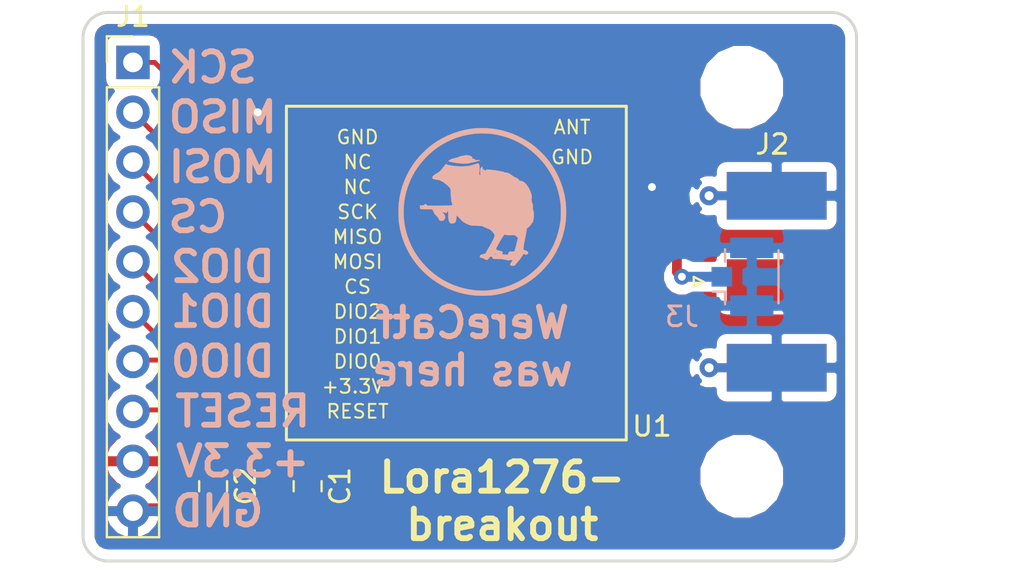
<source format=kicad_pcb>
(kicad_pcb (version 20211014) (generator pcbnew)
  (title_block (title "Lora1276-breakout") (date "2018-08-05") (rev "1.0"))
  (layers (0 "F.Cu" signal) (31 "B.Cu" signal) (34 "B.Paste" user) (35 "F.Paste" user) (36 "B.SilkS" user "B.Silkscreen") (37 "F.SilkS" user "F.Silkscreen") (38 "B.Mask" user) (39 "F.Mask" user) (44 "Edge.Cuts" user))
  (net 0 "")
  (net 1 "+3V3")
  (net 2 "GND")
  (net 3 "/SCK")
  (net 4 "Net-(J2-Pad1)")
  (net 7 "/MISO")
  (net 8 "/MOSI")
  (net 9 "/CS")
  (net 10 "/DIO2")
  (net 11 "/DIO1")
  (net 12 "/DIO0")
  (net 13 "/RESET")
  (footprint "Nicerf:Lora1276_V2.0" (layer "F.Cu") (at 158.939906 94.164381)
    (fp_text reference "U1" (at 9.716094 6.927619) (layer "F.SilkS"))
    (fp_text value "Lora1276_V2.0")
    (fp_line (start 8.41 -9.38) (end 8.41 7.62) (layer "F.SilkS") (width 0.15))
    (fp_line (start -8.89 7.62) (end -8.89 -9.38) (layer "F.SilkS") (width 0.15))
    (fp_line (start -8.89 -9.38) (end 8.41 -9.38) (layer "F.SilkS") (width 0.15))
    (fp_line (start 8.41 7.62) (end -8.89 7.62) (layer "F.SilkS") (width 0.15))
    (pad "1" smd rect locked (at -8.89 -7.88) (size 3 0.8) (layers "F.Cu" "F.Paste" "F.Mask") (net 2 "GND"))
    (pad "2" smd rect locked (at -8.89 -6.61) (size 3 0.8) (layers "F.Cu" "F.Paste" "F.Mask"))
    (pad "3" smd rect locked (at -8.89 -5.34) (size 3 0.8) (layers "F.Cu" "F.Paste" "F.Mask"))
    (pad "4" smd rect locked (at -8.89 -4.07) (size 3 0.8) (layers "F.Cu" "F.Paste" "F.Mask") (net 3 "/SCK"))
    (pad "5" smd rect locked (at -8.89 -2.8) (size 3 0.8) (layers "F.Cu" "F.Paste" "F.Mask") (net 7 "/MISO"))
    (pad "6" smd rect locked (at -8.89 -1.53) (size 3 0.8) (layers "F.Cu" "F.Paste" "F.Mask") (net 8 "/MOSI"))
    (pad "7" smd rect locked (at -8.89 -0.26) (size 3 0.8) (layers "F.Cu" "F.Paste" "F.Mask") (net 9 "/CS"))
    (pad "8" smd rect locked (at -8.89 1.01) (size 3 0.8) (layers "F.Cu" "F.Paste" "F.Mask") (net 10 "/DIO2"))
    (pad "9" smd rect locked (at -8.89 2.28) (size 3 0.8) (layers "F.Cu" "F.Paste" "F.Mask") (net 11 "/DIO1"))
    (pad "10" smd rect locked (at -8.89 3.55) (size 3 0.8) (layers "F.Cu" "F.Paste" "F.Mask") (net 12 "/DIO0"))
    (pad "11" smd rect locked (at -8.89 4.82) (size 3 0.8) (layers "F.Cu" "F.Paste" "F.Mask") (net 1 "+3V3"))
    (pad "12" smd rect locked (at -8.89 6.09) (size 3 0.8) (layers "F.Cu" "F.Paste" "F.Mask") (net 13 "/RESET"))
    (pad "13" smd rect locked (at 6.91 -8.27) (size 3 0.8) (drill (offset 1.5 0)) (layers "F.Cu" "F.Paste" "F.Mask") (net 4 "Net-(J2-Pad1)"))
    (pad "14" smd rect locked (at 6.91 -6.77) (size 3 0.8) (drill (offset 1.5 0)) (layers "F.Cu" "F.Paste" "F.Mask") (net 2 "GND"))
  )
  (footprint "Capacitor_SMD:C_0805_2012Metric" (layer "F.Cu") (at 151.13 104.14 -90)
    (fp_text reference "C1" (at 0 -1.65 -90) (layer "F.SilkS"))
    (fp_text value "100pF")
    (fp_line (start -0.258578 0.71) (end 0.258578 0.71) (layer "F.SilkS") (width 0.12))
    (fp_line (start -0.258578 -0.71) (end 0.258578 -0.71) (layer "F.SilkS") (width 0.12))
    (pad "1" smd roundrect locked (at -0.9375 0 270) (size 0.975 1.4) (layers "F.Cu" "F.Paste" "F.Mask") (net 1 "+3V3"))
    (pad "2" smd roundrect locked (at 0.9375 0 270) (size 0.975 1.4) (layers "F.Cu" "F.Paste" "F.Mask") (net 2 "GND"))
  )
  (footprint "Capacitor_SMD:C_0805_2012Metric" (layer "F.Cu") (at 146.32 104.14 -90)
    (fp_text reference "C2" (at 0 -1.65 -90) (layer "F.SilkS"))
    (fp_text value "102pF")
    (fp_line (start -0.258578 0.71) (end 0.258578 0.71) (layer "F.SilkS") (width 0.12))
    (fp_line (start -0.258578 -0.71) (end 0.258578 -0.71) (layer "F.SilkS") (width 0.12))
    (pad "1" smd roundrect locked (at -0.9375 0 270) (size 0.975 1.4) (layers "F.Cu" "F.Paste" "F.Mask") (net 1 "+3V3"))
    (pad "2" smd roundrect locked (at 0.9375 0 270) (size 0.975 1.4) (layers "F.Cu" "F.Paste" "F.Mask") (net 2 "GND"))
  )
  (footprint "Connector_PinHeader_2.54mm:PinHeader_1x10_P2.54mm_Vertical" (layer "F.Cu") (at 142.24 82.55)
    (fp_text reference "J1" (at 0 -2.33) (layer "F.SilkS"))
    (fp_text value "Conn_01x10_Male")
    (fp_line (start -1.33 -1.33) (end 0 -1.33) (layer "F.SilkS") (width 0.12))
    (fp_line (start -1.33 0) (end -1.33 -1.33) (layer "F.SilkS") (width 0.12))
    (fp_line (start -1.33 24.19) (end 1.33 24.19) (layer "F.SilkS") (width 0.12))
    (fp_line (start -1.33 1.27) (end 1.33 1.27) (layer "F.SilkS") (width 0.12))
    (fp_line (start 1.33 1.27) (end 1.33 24.19) (layer "F.SilkS") (width 0.12))
    (fp_line (start -1.33 1.27) (end -1.33 24.19) (layer "F.SilkS") (width 0.12))
    (pad "1" thru_hole rect locked (at 0 0) (size 1.7 1.7) (drill 1) (layers *.Cu *.Mask) (net 3 "/SCK"))
    (pad "2" thru_hole oval locked (at 0 2.54) (size 1.7 1.7) (drill 1) (layers *.Cu *.Mask) (net 7 "/MISO"))
    (pad "3" thru_hole oval locked (at 0 5.08) (size 1.7 1.7) (drill 1) (layers *.Cu *.Mask) (net 8 "/MOSI"))
    (pad "4" thru_hole oval locked (at 0 7.62) (size 1.7 1.7) (drill 1) (layers *.Cu *.Mask) (net 9 "/CS"))
    (pad "5" thru_hole oval locked (at 0 10.16) (size 1.7 1.7) (drill 1) (layers *.Cu *.Mask) (net 10 "/DIO2"))
    (pad "6" thru_hole oval locked (at 0 12.7) (size 1.7 1.7) (drill 1) (layers *.Cu *.Mask) (net 11 "/DIO1"))
    (pad "7" thru_hole oval locked (at 0 15.24) (size 1.7 1.7) (drill 1) (layers *.Cu *.Mask) (net 12 "/DIO0"))
    (pad "8" thru_hole oval locked (at 0 17.78) (size 1.7 1.7) (drill 1) (layers *.Cu *.Mask) (net 13 "/RESET"))
    (pad "9" thru_hole oval locked (at 0 20.32) (size 1.7 1.7) (drill 1) (layers *.Cu *.Mask) (net 1 "+3V3"))
    (pad "10" thru_hole oval locked (at 0 22.86) (size 1.7 1.7) (drill 1) (layers *.Cu *.Mask) (net 2 "GND"))
  )
  (footprint "Connector_Coaxial:SMA_Molex_73251-1153_EdgeMount_Horizontal" (layer "F.Cu") (at 173.286 93.726 180)
    (fp_text reference "J2" (at -1.5 7 180) (layer "F.SilkS"))
    (fp_text value "Conn_Coaxial")
    (fp_line (start 2.5 -0.25) (end 2.5 0.25) (layer "F.SilkS") (width 0.12))
    (fp_line (start 2 0) (end 2.5 -0.25) (layer "F.SilkS") (width 0.12))
    (fp_line (start 2.5 0.25) (end 2 0) (layer "F.SilkS") (width 0.12))
    (pad "1" smd rect locked (at -1.72 0 180) (size 5.08 2.29) (layers "F.Cu" "F.Paste" "F.Mask") (net 4 "Net-(J2-Pad1)"))
    (pad "2" thru_hole circle locked (at 1.72 -4.38 180) (size 0.97 0.97) (drill 0.46) (layers *.Cu) (net 2 "GND"))
    (pad "2" smd rect locked (at 1.27 4.38 180) (size 0.95 0.46) (layers "F.Cu") (net 2 "GND"))
    (pad "2" smd rect locked (at -1.72 -4.38 180) (size 5.08 2.42) (layers "F.Cu" "F.Paste" "F.Mask") (net 2 "GND"))
    (pad "2" smd rect locked (at 1.27 4.38 180) (size 0.95 0.46) (layers "B.Cu") (net 2 "GND"))
    (pad "2" thru_hole circle locked (at 1.72 4.38 180) (size 0.97 0.97) (drill 0.46) (layers *.Cu) (net 2 "GND"))
    (pad "2" smd rect locked (at 1.27 -4.38 180) (size 0.95 0.46) (layers "B.Cu") (net 2 "GND"))
    (pad "2" smd rect locked (at -1.72 4.38 180) (size 5.08 2.42) (layers "B.Cu" "B.Paste" "B.Mask") (net 2 "GND"))
    (pad "2" smd rect locked (at -1.72 4.38 180) (size 5.08 2.42) (layers "F.Cu" "F.Paste" "F.Mask") (net 2 "GND"))
    (pad "2" smd rect locked (at -1.72 -4.38 180) (size 5.08 2.42) (layers "B.Cu" "B.Paste" "B.Mask") (net 2 "GND"))
    (pad "2" smd rect locked (at 1.27 -4.38 180) (size 0.95 0.46) (layers "F.Cu") (net 2 "GND"))
  )
  (footprint "MountingHole:MountingHole_3.2mm_M3" (layer "F.Cu") (at 173.228 103.632)
    (fp_text reference "REF**" hide)
    (fp_text value "MountingHole_3.2mm_M3")
    (pad "" np_thru_hole circle locked (at 0 0) (size 3.2 3.2) (drill 3.2) (layers *.Cu *.Mask))
  )
  (footprint "MountingHole:MountingHole_3.2mm_M3" (layer "F.Cu") (at 173.228 83.82)
    (fp_text reference "REF**" hide)
    (fp_text value "MountingHole_3.2mm_M3")
    (pad "" np_thru_hole circle locked (at 0 0) (size 3.2 3.2) (drill 3.2) (layers *.Cu *.Mask))
  )
  (footprint "Connector_Coaxial:U.FL_Hirose_U.FL-R-SMT-1_Vertical" (layer "B.Cu") (at 173.262 93.472)
    (fp_text reference "J3" (at -3.082 2.032) (layer "B.SilkS") (effects (justify mirror)))
    (fp_text value "Conn_Coaxial")
    (fp_line (start 1.835 1.35) (end 1.835 -1.35) (layer "B.SilkS") (width 0.12))
    (fp_line (start -0.885 -1.4) (end -0.885 -0.76) (layer "B.SilkS") (width 0.12))
    (fp_line (start -0.885 1.4) (end -0.885 0.76) (layer "B.SilkS") (width 0.12))
    (fp_line (start -0.885 0.76) (end -1.515 0.76) (layer "B.SilkS") (width 0.12))
    (pad "1" smd rect locked (at -1.05 0) (size 1.05 1) (layers "B.Cu" "B.Paste" "B.Mask") (net 4 "Net-(J2-Pad1)"))
    (pad "2" smd rect locked (at 0.475 -1.475) (size 2.2 1.05) (layers "B.Cu" "B.Paste" "B.Mask") (net 2 "GND"))
    (pad "2" smd rect locked (at 0.475 1.475) (size 2.2 1.05) (layers "B.Cu" "B.Paste" "B.Mask") (net 2 "GND"))
  )
  (footprint "extra:WereCatf-logo" (layer "B.Cu") (at 160.02 90.17 180)
    (fp_text reference "G***" hide)
    (fp_text value "LOGO" hide)
    (fp_poly (pts (xy 0.227226 2.47379) (xy 0.262413 2.466016) (xy 0.311315 2.452254) (xy 0.371318 2.43319) (xy 0.386063 2.428246) (xy 0.448596 2.408058) (xy 0.513881 2.388629) (xy 0.575359 2.37181) (xy 0.62647 2.359447) (xy 0.640028 2.356645) (xy 0.800126 2.333026) (xy 0.972867 2.321244) (xy 1.154431 2.321225) (xy 1.341001 2.332895) (xy 1.528755 2.356178) (xy 1.6431 2.376221) (xy 1.690642 2.386344) (xy 1.734168 2.397068) (xy 1.767544 2.406813) (xy 1.78026 2.411584) (xy 1.820888 2.428299) (xy 1.847975 2.434873) (xy 1.865257 2.431863) (xy 1.872726 2.425379) (xy 1.88264 2.412706) (xy 1.902648 2.386871) (xy 1.930469 2.350827) (xy 1.963822 2.307529) (xy 1.993058 2.269518) (xy 2.046368 2.201081) (xy 2.090626 2.14675) (xy 2.128382 2.103947) (xy 2.162187 2.070098) (xy 2.194592 2.042625) (xy 2.228145 2.018951) (xy 2.2606 1.999244) (xy 2.341715 1.951665) (xy 2.406228 1.911428) (xy 2.455832 1.877035) (xy 2.492221 1.84699) (xy 2.517091 1.819797) (xy 2.532135 1.793958) (xy 2.539048 1.767976) (xy 2.539999 1.752437) (xy 2.535985 1.724003) (xy 2.529596 1.706426) (xy 2.511847 1.691275) (xy 2.476175 1.676096) (xy 2.424965 1.661503) (xy 2.360603 1.64811) (xy 2.285476 1.63653) (xy 2.23453 1.630529) (xy 2.195181 1.623003) (xy 2.158165 1.610457) (xy 2.14309 1.602744) (xy 2.112529 1.585693) (xy 2.074586 1.567243) (xy 2.056371 1.55927) (xy 2.016352 1.538487) (xy 1.967343 1.506689) (xy 1.912474 1.466566) (xy 1.854876 1.420809) (xy 1.797681 1.372109) (xy 1.744018 1.323155) (xy 1.697019 1.27664) (xy 1.659815 1.235253) (xy 1.635537 1.201686) (xy 1.631532 1.194161) (xy 1.624934 1.174854) (xy 1.619323 1.145577) (xy 1.614429 1.103891) (xy 1.609979 1.047355) (xy 1.605702 0.97353) (xy 1.604661 0.952771) (xy 1.599092 0.845134) (xy 1.593714 0.755593) (xy 1.588279 0.681931) (xy 1.582537 0.62193) (xy 1.57624 0.573371) (xy 1.56914 0.534036) (xy 1.560988 0.501707) (xy 1.551536 0.474166) (xy 1.550851 0.47244) (xy 1.530712 0.417893) (xy 1.520569 0.37919) (xy 1.520176 0.354627) (xy 1.529287 0.342498) (xy 1.531987 0.341483) (xy 1.545883 0.33999) (xy 1.577679 0.338005) (xy 1.624962 0.335634) (xy 1.685322 0.332984) (xy 1.756347 0.33016) (xy 1.835625 0.327269) (xy 1.91516 0.324597) (xy 2.016204 0.321731) (xy 2.119438 0.319523) (xy 2.222701 0.317963) (xy 2.323836 0.31704) (xy 2.420685 0.316743) (xy 2.51109 0.317061) (xy 2.592893 0.317983) (xy 2.663935 0.319498) (xy 2.722059 0.321596) (xy 2.765107 0.324265) (xy 2.790919 0.327495) (xy 2.796153 0.32904) (xy 2.814087 0.345063) (xy 2.819208 0.354997) (xy 2.834963 0.374724) (xy 2.864429 0.389461) (xy 2.901085 0.396127) (xy 2.906455 0.396241) (xy 2.932944 0.390353) (xy 2.947856 0.371702) (xy 2.957646 0.356071) (xy 2.972632 0.345619) (xy 2.996592 0.339354) (xy 3.033305 0.336285) (xy 3.0861 0.335419) (xy 3.16992 0.33528) (xy 3.16992 0.255575) (xy 3.170042 0.223179) (xy 3.169046 0.197291) (xy 3.164889 0.177184) (xy 3.155526 0.162129) (xy 3.138913 0.1514) (xy 3.113006 0.144267) (xy 3.075762 0.140003) (xy 3.025137 0.137879) (xy 2.959086 0.137169) (xy 2.875566 0.137142) (xy 2.837472 0.13716) (xy 2.547991 0.13716) (xy 2.508307 0.071607) (xy 2.485439 0.030118) (xy 2.464738 -0.013775) (xy 2.451617 -0.047897) (xy 2.437549 -0.083038) (xy 2.41729 -0.112772) (xy 2.385687 -0.144325) (xy 2.378085 -0.151026) (xy 2.340501 -0.187052) (xy 2.301835 -0.229752) (xy 2.26526 -0.274977) (xy 2.233952 -0.318576) (xy 2.211087 -0.3564) (xy 2.199925 -0.383884) (xy 2.185388 -0.41644) (xy 2.156672 -0.438515) (xy 2.111544 -0.451676) (xy 2.101189 -0.453263) (xy 2.040246 -0.452594) (xy 1.986794 -0.434601) (xy 1.94309 -0.401593) (xy 1.911393 -0.35588) (xy 1.893959 -0.299774) (xy 1.892575 -0.239818) (xy 1.901054 -0.192005) (xy 1.917629 -0.150089) (xy 1.945322 -0.108259) (xy 1.98405 -0.063976) (xy 2.007871 -0.036977) (xy 2.023688 -0.015469) (xy 2.028518 -0.003583) (xy 2.028137 -0.00291) (xy 2.015437 -0.002225) (xy 1.990721 -0.008206) (xy 1.973216 -0.014294) (xy 1.913371 -0.035758) (xy 1.868528 -0.047343) (xy 1.835707 -0.048634) (xy 1.811927 -0.039213) (xy 1.794209 -0.018665) (xy 1.779836 0.012717) (xy 1.767058 0.044272) (xy 1.756861 0.062258) (xy 1.74892 0.065655) (xy 1.742913 0.053444) (xy 1.738515 0.024607) (xy 1.735403 -0.021877) (xy 1.733254 -0.087026) (xy 1.732264 -0.13716) (xy 1.729761 -0.232365) (xy 1.725403 -0.310067) (xy 1.718719 -0.373036) (xy 1.709235 -0.42404) (xy 1.696479 -0.46585) (xy 1.679978 -0.501234) (xy 1.666405 -0.522998) (xy 1.640253 -0.557112) (xy 1.615339 -0.57749) (xy 1.585554 -0.586791) (xy 1.544791 -0.587673) (xy 1.521573 -0.586061) (xy 1.458015 -0.575955) (xy 1.408337 -0.55799) (xy 1.3748 -0.533151) (xy 1.364357 -0.517563) (xy 1.347833 -0.473144) (xy 1.332952 -0.415627) (xy 1.321318 -0.352234) (xy 1.314841 -0.29464) (xy 1.311474 -0.253858) (xy 1.307794 -0.21827) (xy 1.30456 -0.195163) (xy 1.304369 -0.194197) (xy 1.299398 -0.169954) (xy 1.268341 -0.199277) (xy 1.250021 -0.217917) (xy 1.222005 -0.248044) (xy 1.187863 -0.285751) (xy 1.151165 -0.327134) (xy 1.144842 -0.334354) (xy 1.070367 -0.414055) (xy 0.996594 -0.480537) (xy 0.919059 -0.536781) (xy 0.833299 -0.585764) (xy 0.734848 -0.630467) (xy 0.65532 -0.661051) (xy 0.56388 -0.694245) (xy 0.3048 -0.70126) (xy 0.210216 -0.704345) (xy 0.132416 -0.707999) (xy 0.072307 -0.712159) (xy 0.030796 -0.716766) (xy 0.01016 -0.721215) (xy -0.01154 -0.729895) (xy -0.047487 -0.745132) (xy -0.093426 -0.765088) (xy -0.145099 -0.787924) (xy -0.169595 -0.798877) (xy -0.220158 -0.821201) (xy -0.264755 -0.840194) (xy -0.299856 -0.854406) (xy -0.321933 -0.862389) (xy -0.327211 -0.8636) (xy -0.345902 -0.87005) (xy -0.375157 -0.88737) (xy -0.410732 -0.912514) (xy -0.448385 -0.942436) (xy -0.48387 -0.974089) (xy -0.491578 -0.981591) (xy -0.526697 -1.01978) (xy -0.560628 -1.062502) (xy -0.590589 -1.105576) (xy -0.613793 -1.144821) (xy -0.627459 -1.176058) (xy -0.62992 -1.189307) (xy -0.624151 -1.231255) (xy -0.607517 -1.286802) (xy -0.581033 -1.353058) (xy -0.548208 -1.422233) (xy -0.519744 -1.477191) (xy -0.486071 -1.540287) (xy -0.448506 -1.609228) (xy -0.408362 -1.681721) (xy -0.366956 -1.755472) (xy -0.325604 -1.828188) (xy -0.285621 -1.897575) (xy -0.248322 -1.961341) (xy -0.215024 -2.01719) (xy -0.187042 -2.062831) (xy -0.165692 -2.095969) (xy -0.152288 -2.114312) (xy -0.149812 -2.116743) (xy -0.128723 -2.127105) (xy -0.093702 -2.138857) (xy -0.050865 -2.150063) (xy -0.03099 -2.154348) (xy 0.01188 -2.163981) (xy 0.048245 -2.174045) (xy 0.072671 -2.182951) (xy 0.078601 -2.186383) (xy 0.097114 -2.210361) (xy 0.112694 -2.244923) (xy 0.121299 -2.280363) (xy 0.12192 -2.290396) (xy 0.118057 -2.309823) (xy 0.104307 -2.323509) (xy 0.077424 -2.33313) (xy 0.034164 -2.340361) (xy 0.022453 -2.34176) (xy -0.020427 -2.349281) (xy -0.057501 -2.363155) (xy -0.09841 -2.38711) (xy -0.103484 -2.390471) (xy -0.146223 -2.416117) (xy -0.182736 -2.430392) (xy -0.218083 -2.436252) (xy -0.243236 -2.437572) (xy -0.262764 -2.434979) (xy -0.280065 -2.425883) (xy -0.298538 -2.407695) (xy -0.321583 -2.377827) (xy -0.352461 -2.333884) (xy -0.378289 -2.302094) (xy -0.404729 -2.283661) (xy -0.427186 -2.275714) (xy -0.462748 -2.268572) (xy -0.484368 -2.271959) (xy -0.496401 -2.287563) (xy -0.500997 -2.304323) (xy -0.512223 -2.333716) (xy -0.530382 -2.361275) (xy -0.55372 -2.387996) (xy -0.75692 -2.391595) (xy -0.883738 -2.395874) (xy -0.993621 -2.404136) (xy -1.089635 -2.416759) (xy -1.174844 -2.43412) (xy -1.233034 -2.450332) (xy -1.272533 -2.461745) (xy -1.301954 -2.466656) (xy -1.330243 -2.465706) (xy -1.365114 -2.459778) (xy -1.404539 -2.453503) (xy -1.446983 -2.449176) (xy -1.487049 -2.447046) (xy -1.519339 -2.447361) (xy -1.538454 -2.450366) (xy -1.540722 -2.451735) (xy -1.537427 -2.46165) (xy -1.524651 -2.484837) (xy -1.504431 -2.517825) (xy -1.47905 -2.556778) (xy -1.452687 -2.597945) (xy -1.431228 -2.634772) (xy -1.416986 -2.663065) (xy -1.41224 -2.678047) (xy -1.420217 -2.706114) (xy -1.444738 -2.725539) (xy -1.48669 -2.736799) (xy -1.527439 -2.740096) (xy -1.56875 -2.739919) (xy -1.606135 -2.737238) (xy -1.63068 -2.73283) (xy -1.656447 -2.717814) (xy -1.681636 -2.692414) (xy -1.68656 -2.685643) (xy -1.702989 -2.663605) (xy -1.729437 -2.630711) (xy -1.762377 -2.591251) (xy -1.798281 -2.549515) (xy -1.801583 -2.545742) (xy -1.874456 -2.460471) (xy -1.934418 -2.385377) (xy -1.983856 -2.317258) (xy -2.025157 -2.252916) (xy -2.042756 -2.2225) (xy -2.067368 -2.181854) (xy -2.087813 -2.154861) (xy -2.102266 -2.143887) (xy -2.103485 -2.14376) (xy -2.122581 -2.146601) (xy -2.152457 -2.153835) (xy -2.170086 -2.15889) (xy -2.216347 -2.170846) (xy -2.249681 -2.173103) (xy -2.275434 -2.164847) (xy -2.298954 -2.145264) (xy -2.305268 -2.138326) (xy -2.329641 -2.102402) (xy -2.336272 -2.069409) (xy -2.324635 -2.038535) (xy -2.294202 -2.008963) (xy -2.244449 -1.97988) (xy -2.186764 -1.955008) (xy -2.090375 -1.91766) (xy -2.097388 -1.831229) (xy -2.108336 -1.731188) (xy -2.126469 -1.612439) (xy -2.151801 -1.474892) (xy -2.183482 -1.322616) (xy -1.81594 -1.322616) (xy -1.72934 -1.667353) (xy -1.70599 -1.759884) (xy -1.686837 -1.834568) (xy -1.671297 -1.893309) (xy -1.658783 -1.938007) (xy -1.648708 -1.970567) (xy -1.640486 -1.99289) (xy -1.633531 -2.006878) (xy -1.627257 -2.014434) (xy -1.62147 -2.017368) (xy -1.601762 -2.018716) (xy -1.568228 -2.017626) (xy -1.527183 -2.014352) (xy -1.515079 -2.013065) (xy -1.459546 -2.00878) (xy -1.418711 -2.009851) (xy -1.401679 -2.013342) (xy -1.375632 -2.030568) (xy -1.349471 -2.060663) (xy -1.327961 -2.096772) (xy -1.315871 -2.132039) (xy -1.315048 -2.137918) (xy -1.312685 -2.160513) (xy -1.311302 -2.171645) (xy -1.311289 -2.1717) (xy -1.301136 -2.173981) (xy -1.275367 -2.174655) (xy -1.238608 -2.173898) (xy -1.195484 -2.171889) (xy -1.15062 -2.168805) (xy -1.108642 -2.164823) (xy -1.097256 -2.163475) (xy -1.058028 -2.15828) (xy -1.027474 -2.153711) (xy -1.010434 -2.150515) (xy -1.008514 -2.149819) (xy -1.00984 -2.13945) (xy -1.009954 -2.139056) (xy -0.767579 -2.139056) (xy -0.757002 -2.145336) (xy -0.727667 -2.153518) (xy -0.698452 -2.159746) (xy -0.651076 -2.168508) (xy -0.621016 -2.172476) (xy -0.605873 -2.171769) (xy -0.603246 -2.166508) (xy -0.604288 -2.164456) (xy -0.61996 -2.153812) (xy -0.64969 -2.144122) (xy -0.687223 -2.13691) (xy -0.726306 -2.1337) (xy -0.730674 -2.133656) (xy -0.758952 -2.135042) (xy -0.767579 -2.139056) (xy -1.009954 -2.139056) (xy -1.016523 -2.116543) (xy -1.020972 -2.103427) (xy -1.031332 -2.071628) (xy -1.035134 -2.047894) (xy -1.030109 -2.030193) (xy -1.013987 -2.01649) (xy -0.984497 -2.004753) (xy -0.939368 -1.992947) (xy -0.88392 -1.980672) (xy -0.809175 -1.961899) (xy -0.754375 -1.942027) (xy -0.719171 -1.920909) (xy -0.707481 -1.907859) (xy -0.702974 -1.895504) (xy -0.703447 -1.878516) (xy -0.709723 -1.855038) (xy -0.722627 -1.823215) (xy -0.742984 -1.781189) (xy -0.771616 -1.727105) (xy -0.809349 -1.659107) (xy -0.848587 -1.59004) (xy -0.902842 -1.495656) (xy -0.948609 -1.41713) (xy -0.98711 -1.352471) (xy -1.019567 -1.299684) (xy -1.047201 -1.25678) (xy -1.071235 -1.221764) (xy -1.090034 -1.19634) (xy -1.11096 -1.172351) (xy -1.130522 -1.161222) (xy -1.157609 -1.158268) (xy -1.16233 -1.15824) (xy -1.197752 -1.161332) (xy -1.239682 -1.169202) (xy -1.260536 -1.174679) (xy -1.285615 -1.181026) (xy -1.312891 -1.185086) (xy -1.346432 -1.187032) (xy -1.390308 -1.187036) (xy -1.448586 -1.185271) (xy -1.479877 -1.183977) (xy -1.549535 -1.181494) (xy -1.60128 -1.180993) (xy -1.63743 -1.182538) (xy -1.6603 -1.18619) (xy -1.667837 -1.189005) (xy -1.686055 -1.201654) (xy -1.713406 -1.224498) (xy -1.7448 -1.253222) (xy -1.75379 -1.261895) (xy -1.81594 -1.322616) (xy -2.183482 -1.322616) (xy -2.184348 -1.318458) (xy -2.189325 -1.295756) (xy -2.204479 -1.224462) (xy -2.219155 -1.150813) (xy -2.232293 -1.080455) (xy -2.242838 -1.019032) (xy -2.249352 -0.975182) (xy -2.255898 -0.927279) (xy -2.262196 -0.885842) (xy -2.267486 -0.855603) (xy -2.270746 -0.841901) (xy -2.282294 -0.827746) (xy -2.305574 -0.808224) (xy -2.326822 -0.793347) (xy -2.374622 -0.756147) (xy -2.424779 -0.70668) (xy -2.471474 -0.651281) (xy -2.508891 -0.596286) (xy -2.510843 -0.592912) (xy -2.530127 -0.563767) (xy -2.548947 -0.542707) (xy -2.559877 -0.535652) (xy -2.573173 -0.526167) (xy -2.581538 -0.503415) (xy -2.585072 -0.481219) (xy -2.590836 -0.444844) (xy -2.599828 -0.399482) (xy -2.608728 -0.36068) (xy -2.61835 -0.309217) (xy -2.624099 -0.246327) (xy -2.626312 -0.168034) (xy -2.62636 -0.1524) (xy -2.626 -0.094762) (xy -2.624517 -0.05267) (xy -2.621309 -0.021356) (xy -2.615774 0.003948) (xy -2.607309 0.028008) (xy -2.601975 0.04064) (xy -2.592483 0.064127) (xy -2.58577 0.086772) (xy -2.581329 0.112813) (xy -2.578653 0.14649) (xy -2.577236 0.192041) (xy -2.576575 0.253154) (xy -2.575669 0.317802) (xy -2.5738 0.364183) (xy -2.570795 0.394333) (xy -2.566479 0.410287) (xy -2.56286 0.41402) (xy -2.551041 0.425064) (xy -2.55016 0.429439) (xy -2.546005 0.444606) (xy -2.535456 0.470418) (xy -2.528601 0.48516) (xy -2.516729 0.515454) (xy -2.509881 0.549842) (xy -2.506952 0.595006) (xy -2.506628 0.618026) (xy -2.507919 0.664875) (xy -2.511851 0.703339) (xy -2.517819 0.727843) (xy -2.518732 0.729749) (xy -2.526075 0.751399) (xy -2.519258 0.76759) (xy -2.512299 0.787531) (xy -2.511847 0.817194) (xy -2.512207 0.820281) (xy -2.510577 0.855755) (xy -2.499234 0.906055) (xy -2.479054 0.96866) (xy -2.450912 1.041054) (xy -2.415685 1.120718) (xy -2.38732 1.179378) (xy -2.332903 1.276701) (xy -2.271329 1.366873) (xy -2.20586 1.445558) (xy -2.139858 1.508339) (xy -2.090957 1.540536) (xy -2.033903 1.565996) (xy -1.976785 1.58159) (xy -1.941867 1.58496) (xy -1.922458 1.58612) (xy -1.905805 1.591332) (xy -1.888796 1.603202) (xy -1.86832 1.624333) (xy -1.841264 1.657327) (xy -1.815105 1.691005) (xy -1.794136 1.713529) (xy -1.776875 1.723519) (xy -1.77225 1.723269) (xy -1.756336 1.723953) (xy -1.752323 1.72765) (xy -1.739605 1.735705) (xy -1.71421 1.745046) (xy -1.699265 1.749219) (xy -1.66136 1.764405) (xy -1.613585 1.79256) (xy -1.570328 1.823313) (xy -1.474124 1.892573) (xy -1.389122 1.945478) (xy -1.314801 1.982272) (xy -1.250641 2.003199) (xy -1.196121 2.008502) (xy -1.178952 2.006667) (xy -1.151617 2.004005) (xy -1.136487 2.00938) (xy -1.128818 2.019865) (xy -1.125441 2.025304) (xy -1.12034 2.030166) (xy -1.111636 2.03487) (xy -1.097451 2.039833) (xy -1.075907 2.045476) (xy -1.045126 2.052217) (xy -1.003229 2.060475) (xy -0.948339 2.070669) (xy -0.878577 2.083218) (xy -0.792065 2.098542) (xy -0.71628 2.111892) (xy -0.625492 2.126183) (xy -0.532224 2.137874) (xy -0.445081 2.145964) (xy -0.40132 2.148586) (xy -0.347274 2.151259) (xy -0.298507 2.154191) (xy -0.259635 2.157066) (xy -0.235273 2.159571) (xy -0.23193 2.160114) (xy -0.2115 2.160939) (xy -0.202937 2.149662) (xy -0.20145 2.141854) (xy -0.190157 2.122812) (xy -0.168738 2.113742) (xy -0.146056 2.117383) (xy -0.139037 2.12258) (xy -0.121823 2.130259) (xy -0.095449 2.133596) (xy -0.094489 2.1336) (xy -0.07147 2.136822) (xy -0.060577 2.144334) (xy -0.065122 2.152906) (xy -0.071702 2.155808) (xy -0.077139 2.165898) (xy -0.073615 2.18193) (xy -0.064237 2.193494) (xy -0.060134 2.194561) (xy -0.049977 2.186498) (xy -0.036154 2.166598) (xy -0.033289 2.161541) (xy -0.015255 2.12852) (xy -0.010061 2.221761) (xy -0.007004 2.263555) (xy -0.003166 2.297442) (xy 0.000826 2.31844) (xy 0.002646 2.322514) (xy 0.009063 2.32134) (xy 0.01016 2.314262) (xy 0.017982 2.297757) (xy 0.035418 2.281947) (xy 0.062172 2.259365) (xy 0.080964 2.229693) (xy 0.094255 2.188015) (xy 0.101426 2.150201) (xy 0.107189 2.093231) (xy 0.105158 2.035688) (xy 0.100696 1.999537) (xy 0.095104 1.955109) (xy 0.094007 1.925235) (xy 0.097472 1.904634) (xy 0.10203 1.894036) (xy 0.117539 1.873785) (xy 0.131347 1.871471) (xy 0.142557 1.884728) (xy 0.150274 1.911189) (xy 0.1536 1.948489) (xy 0.151639 1.99426) (xy 0.148741 2.017334) (xy 0.144649 2.055339) (xy 0.141347 2.106937) (xy 0.13917 2.165402) (xy 0.138449 2.224014) (xy 0.138452 2.22504) (xy 0.139003 2.283144) (xy 0.140685 2.325652) (xy 0.144084 2.357282) (xy 0.149788 2.382753) (xy 0.158381 2.406782) (xy 0.16216 2.415676) (xy 0.182822 2.453981) (xy 0.203195 2.473016) (xy 0.208366 2.47489) (xy 0.227226 2.47379)) (layer "B.SilkS") (width 0.01) (fill solid))
    (fp_poly (pts (xy 0.916138 2.878062) (xy 0.91948 2.87723) (xy 0.968351 2.866101) (xy 1.019698 2.856318) (xy 1.06275 2.849924) (xy 1.064322 2.849749) (xy 1.119315 2.838791) (xy 1.161133 2.820213) (xy 1.162476 2.819317) (xy 1.185362 2.806608) (xy 1.21823 2.793303) (xy 1.263226 2.778747) (xy 1.322495 2.762283) (xy 1.398183 2.743258) (xy 1.458542 2.728893) (xy 1.526404 2.711253) (xy 1.57958 2.692721) (xy 1.623636 2.670752) (xy 1.66414 2.642803) (xy 1.685495 2.625193) (xy 1.73015 2.586692) (xy 1.655015 2.563042) (xy 1.569845 2.539967) (xy 1.469776 2.519037) (xy 1.359355 2.500732) (xy 1.243131 2.485535) (xy 1.125653 2.473925) (xy 1.011469 2.466386) (xy 0.905127 2.463397) (xy 0.811176 2.465441) (xy 0.765777 2.468951) (xy 0.740988 2.47185) (xy 0.714467 2.475766) (xy 0.68394 2.481199) (xy 0.647135 2.488645) (xy 0.601777 2.498601) (xy 0.545593 2.511567) (xy 0.476311 2.528038) (xy 0.391655 2.548513) (xy 0.299692 2.570958) (xy 0.253178 2.58325) (xy 0.206825 2.596985) (xy 0.170058 2.609358) (xy 0.167612 2.610282) (xy 0.11684 2.629707) (xy 0.14732 2.641696) (xy 0.178852 2.647798) (xy 0.223495 2.648272) (xy 0.274901 2.643351) (xy 0.3175 2.635486) (xy 0.338138 2.63346) (xy 0.345222 2.641854) (xy 0.34544 2.645496) (xy 0.353984 2.658815) (xy 0.372414 2.66192) (xy 0.390995 2.662966) (xy 0.391749 2.669545) (xy 0.381 2.68224) (xy 0.368775 2.696954) (xy 0.370832 2.702008) (xy 0.382473 2.70256) (xy 0.405224 2.696802) (xy 0.414236 2.69066) (xy 0.425792 2.686236) (xy 0.440344 2.697316) (xy 0.447356 2.705736) (xy 0.462988 2.72328) (xy 0.475325 2.726292) (xy 0.492427 2.717084) (xy 0.513155 2.708569) (xy 0.523303 2.713953) (xy 0.519239 2.730866) (xy 0.517645 2.733526) (xy 0.507549 2.764896) (xy 0.517516 2.794949) (xy 0.547315 2.823411) (xy 0.596716 2.850007) (xy 0.625023 2.8612) (xy 0.722243 2.886818) (xy 0.818644 2.892404) (xy 0.916138 2.878062)) (layer "B.SilkS") (width 0.01) (fill solid))
    (fp_poly (pts (xy 0.140708 4.26629) (xy 0.235146 4.264364) (xy 0.318176 4.261146) (xy 0.385391 4.256612) (xy 0.38608 4.25655) (xy 0.66843 4.220915) (xy 0.949308 4.165618) (xy 1.227009 4.091319) (xy 1.499828 3.998672) (xy 1.766062 3.888336) (xy 2.024005 3.760968) (xy 2.271953 3.617225) (xy 2.508203 3.457764) (xy 2.563143 3.417099) (xy 2.723209 3.289532) (xy 2.882692 3.149126) (xy 3.037806 2.999686) (xy 3.184764 2.845019) (xy 3.319782 2.688929) (xy 3.435586 2.54) (xy 3.59666 2.305625) (xy 3.738966 2.067952) (xy 3.864056 1.823989) (xy 3.973481 1.570744) (xy 4.056951 1.34112) (xy 4.136912 1.071838) (xy 4.198241 0.797753) (xy 4.241429 0.516516) (xy 4.253272 0.4064) (xy 4.258607 0.333705) (xy 4.262443 0.246246) (xy 4.264821 0.147847) (xy 4.265785 0.042329) (xy 4.265375 -0.066486) (xy 4.263634 -0.174776) (xy 4.260603 -0.27872) (xy 4.256324 -0.374495) (xy 4.25084 -0.458279) (xy 4.244191 -0.526251) (xy 4.242938 -0.536037) (xy 4.193547 -0.833204) (xy 4.126089 -1.121132) (xy 4.040482 -1.40004) (xy 3.936645 -1.67015) (xy 3.814495 -1.931679) (xy 3.673951 -2.184847) (xy 3.560757 -2.36292) (xy 3.387212 -2.60357) (xy 3.198724 -2.83056) (xy 2.995761 -3.043471) (xy 2.778795 -3.241882) (xy 2.548296 -3.425374) (xy 2.304732 -3.593528) (xy 2.048575 -3.745923) (xy 1.9558 -3.795582) (xy 1.695152 -3.919798) (xy 1.425934 -4.025866) (xy 1.149389 -4.113426) (xy 0.866765 -4.182122) (xy 0.579305 -4.231595) (xy 0.349886 -4.25683) (xy 0.289102 -4.260589) (xy 0.213153 -4.263289) (xy 0.126026 -4.264962) (xy 0.031709 -4.265635) (xy -0.065811 -4.265338) (xy -0.162547 -4.264102) (xy -0.254512 -4.261955) (xy -0.337718 -4.258926) (xy -0.408179 -4.255046) (xy -0.4572 -4.250872) (xy -0.668374 -4.221401) (xy -0.888076 -4.178526) (xy -1.110909 -4.123641) (xy -1.331474 -4.058138) (xy -1.544372 -3.983409) (xy -1.638978 -3.946018) (xy -1.804632 -3.872502) (xy -1.977034 -3.785743) (xy -2.150789 -3.688791) (xy -2.3205 -3.584694) (xy -2.480772 -3.476504) (xy -2.520563 -3.447837) (xy -2.688944 -3.316732) (xy -2.857899 -3.169831) (xy -3.023424 -3.011135) (xy -3.181511 -2.844646) (xy -3.328154 -2.674363) (xy -3.44315 -2.526458) (xy -3.605859 -2.288819) (xy -3.75215 -2.040244) (xy -3.881463 -1.782191) (xy -3.993238 -1.516122) (xy -4.086914 -1.243494) (xy -4.161932 -0.965768) (xy -4.217732 -0.684403) (xy -4.252089 -0.418639) (xy -4.258531 -0.332578) (xy -4.263147 -0.231305) (xy -4.265936 -0.119844) (xy -4.2669 -0.00322) (xy -4.266277 0.081155) (xy -4.001391 0.081155) (xy -4.001058 -0.016258) (xy -3.999388 -0.116133) (xy -3.996462 -0.214249) (xy -3.99236 -0.306387) (xy -3.987165 -0.388326) (xy -3.980957 -0.455844) (xy -3.978257 -0.47752) (xy -3.928574 -0.769304) (xy -3.861091 -1.051299) (xy -3.775757 -1.323608) (xy -3.67252 -1.586336) (xy -3.55133 -1.839587) (xy -3.412134 -2.083466) (xy -3.254881 -2.318076) (xy -3.07952 -2.543522) (xy -2.885999 -2.759907) (xy -2.821115 -2.826366) (xy -2.611647 -3.022419) (xy -2.391028 -3.201519) (xy -2.159573 -3.363491) (xy -1.917596 -3.508158) (xy -1.665412 -3.635345) (xy -1.403335 -3.744875) (xy -1.131681 -3.836571) (xy -0.90932 -3.896574) (xy -0.832305 -3.914507) (xy -0.758458 -3.930218) (xy -0.684461 -3.944215) (xy -0.606991 -3.957007) (xy -0.522728 -3.969103) (xy -0.428352 -3.981012) (xy -0.320541 -3.993243) (xy -0.195974 -4.006305) (xy -0.18796 -4.00712) (xy -0.146715 -4.009469) (xy -0.089267 -4.010166) (xy -0.019655 -4.009371) (xy 0.058085 -4.007239) (xy 0.139915 -4.00393) (xy 0.221797 -3.999602) (xy 0.299695 -3.994413) (xy 0.369571 -3.98852) (xy 0.41656 -3.983457) (xy 0.556974 -3.96476) (xy 0.683844 -3.944445) (xy 0.803937 -3.921287) (xy 0.924026 -3.894064) (xy 0.959454 -3.885325) (xy 1.233436 -3.806306) (xy 1.499093 -3.708894) (xy 1.755883 -3.593467) (xy 2.003262 -3.460404) (xy 2.240684 -3.310083) (xy 2.467607 -3.142883) (xy 2.683486 -2.959183) (xy 2.887778 -2.75936) (xy 3.079938 -2.543794) (xy 3.259423 -2.312863) (xy 3.299007 -2.257397) (xy 3.449007 -2.026159) (xy 3.582216 -1.783733) (xy 3.698365 -1.53076) (xy 3.797185 -1.267881) (xy 3.878406 -0.995736) (xy 3.937577 -0.7366) (xy 3.975202 -0.500362) (xy 3.997885 -0.254888) (xy 4.005625 -0.004713) (xy 3.998423 0.245629) (xy 3.976278 0.491603) (xy 3.939189 0.728674) (xy 3.937651 0.7366) (xy 3.872746 1.018219) (xy 3.789971 1.290402) (xy 3.689406 1.552962) (xy 3.571128 1.80571) (xy 3.435216 2.048458) (xy 3.317524 2.229997) (xy 3.142526 2.46658) (xy 2.953988 2.688249) (xy 2.752233 2.894698) (xy 2.537587 3.085618) (xy 2.310374 3.260703) (xy 2.070917 3.419646) (xy 2.044687 3.435622) (xy 1.797273 3.573314) (xy 1.542089 3.692235) (xy 1.279124 3.79239) (xy 1.008367 3.873781) (xy 0.729809 3.936412) (xy 0.443438 3.980286) (xy 0.31641 3.99352) (xy 0.251695 3.997699) (xy 0.171846 4.000295) (xy 0.081085 4.001388) (xy -0.016363 4.001059) (xy -0.116273 3.99939) (xy -0.214423 3.996462) (xy -0.306588 3.992355) (xy -0.388543 3.987152) (xy -0.456065 3.980933) (xy -0.47752 3.978257) (xy -0.769019 3.928692) (xy -1.050404 3.861516) (xy -1.321832 3.776656) (xy -1.583456 3.674036) (xy -1.835432 3.553581) (xy -2.077914 3.415216) (xy -2.311057 3.258867) (xy -2.535016 3.084459) (xy -2.749945 2.891917) (xy -2.777577 2.865212) (xy -2.967264 2.669587) (xy -3.138291 2.47033) (xy -3.292262 2.265272) (xy -3.430786 2.052246) (xy -3.555468 1.829084) (xy -3.577968 1.784874) (xy -3.694419 1.533047) (xy -3.791677 1.279773) (xy -3.870416 1.022673) (xy -3.931308 0.75937) (xy -3.975027 0.487484) (xy -3.993549 0.316411) (xy -3.997718 0.25171) (xy -4.000304 0.171884) (xy -4.001391 0.081155) (xy -4.266277 0.081155) (xy -4.266037 0.113541) (xy -4.263347 0.225415) (xy -4.258831 0.327377) (xy -4.252489 0.414401) (xy -4.252089 0.41864) (xy -4.214551 0.70453) (xy -4.157254 0.986975) (xy -4.080611 1.264995) (xy -3.985032 1.537613) (xy -3.870928 1.803849) (xy -3.738711 2.062725) (xy -3.588793 2.313263) (xy -3.421584 2.554482) (xy -3.277279 2.73812) (xy -3.168493 2.86246) (xy -3.045799 2.99077) (xy -2.913825 3.118698) (xy -2.777201 3.241891) (xy -2.640555 3.355994) (xy -2.52984 3.441119) (xy -2.292018 3.603737) (xy -2.043354 3.750044) (xy -1.785348 3.879464) (xy -1.519497 3.991422) (xy -1.247298 4.085344) (xy -0.970249 4.160652) (xy -0.689848 4.216774) (xy -0.41864 4.252089) (xy -0.348321 4.2574) (xy -0.262963 4.261566) (xy -0.166973 4.264562) (xy -0.064759 4.266364) (xy 0.03927 4.266948) (xy 0.140708 4.26629)) (layer "B.SilkS") (width 0.01) (fill solid))
    (fp_poly (pts (xy 0.09838 2.572385) (xy 0.099591 2.556507) (xy 0.097578 2.552912) (xy 0.09296 2.555942) (xy 0.092242 2.566247) (xy 0.094723 2.577088) (xy 0.09838 2.572385)) (layer "B.SilkS") (width 0.01) (fill solid))
    (fp_poly (pts (xy 1.793498 2.516492) (xy 1.80086 2.510816) (xy 1.816655 2.495987) (xy 1.816586 2.489367) (xy 1.814804 2.4892) (xy 1.806323 2.496144) (xy 1.797024 2.50698) (xy 1.788237 2.519015) (xy 1.793498 2.516492)) (layer "B.SilkS") (width 0.01) (fill solid))
  )
  (gr_line (start 140.97 80.01) (end 177.8 80.01) (layer "Edge.Cuts") (width 0.15))
  (gr_arc (start 179.07 106.68) (mid 178.698026 107.578026) (end 177.8 107.95) (layer "Edge.Cuts") (width 0.15))
  (gr_arc (start 177.8 80.01) (mid 178.698026 80.381974) (end 179.07 81.28) (layer "Edge.Cuts") (width 0.15))
  (gr_line (start 140.97 107.95) (end 177.8 107.95) (layer "Edge.Cuts") (width 0.15))
  (gr_arc (start 139.7 81.28) (mid 140.071974 80.381974) (end 140.97 80.01) (layer "Edge.Cuts") (width 0.15))
  (gr_line (start 179.07 81.28) (end 179.07 105.41) (layer "Edge.Cuts") (width 0.15))
  (gr_line (start 139.7 106.68) (end 139.7 81.28) (layer "Edge.Cuts") (width 0.15))
  (gr_arc (start 140.97 107.95) (mid 140.071974 107.578026) (end 139.7 106.68) (layer "Edge.Cuts") (width 0.15))
  (gr_line (start 179.07 106.68) (end 179.07 105.41) (layer "Edge.Cuts") (width 0.15))
  (gr_text "MOSI" (at 146.812 87.884) (layer "B.SilkS") (effects (font (size 1.5 1.5) (thickness 0.3)) (justify mirror)))
  (gr_text "SCK" (at 146.304 82.804) (layer "B.SilkS") (effects (font (size 1.5 1.5) (thickness 0.3)) (justify mirror)))
  (gr_text "GND" (at 146.558 105.41) (layer "B.SilkS") (effects (font (size 1.5 1.5) (thickness 0.3)) (justify mirror)))
  (gr_text "WereCatf\nwas here" (at 159.512 97.028) (layer "B.SilkS") (effects (font (size 1.5 1.5) (thickness 0.3)) (justify mirror)))
  (gr_text "DIO1" (at 146.812 95.25) (layer "B.SilkS") (effects (font (size 1.5 1.5) (thickness 0.3)) (justify mirror)))
  (gr_text "DIO2" (at 146.812 92.964) (layer "B.SilkS") (effects (font (size 1.5 1.5) (thickness 0.3)) (justify mirror)))
  (gr_text "CS" (at 145.542 90.424) (layer "B.SilkS") (effects (font (size 1.5 1.5) (thickness 0.3)) (justify mirror)))
  (gr_text "MISO" (at 146.812 85.344) (layer "B.SilkS") (effects (font (size 1.5 1.5) (thickness 0.3)) (justify mirror)))
  (gr_text "DIO0" (at 146.812 97.79) (layer "B.SilkS") (effects (font (size 1.5 1.5) (thickness 0.3)) (justify mirror)))
  (gr_text "RESET" (at 147.828 100.33) (layer "B.SilkS") (effects (font (size 1.5 1.5) (thickness 0.3)) (justify mirror)))
  (gr_text "+3.3V" (at 147.828 102.87) (layer "B.SilkS") (effects (font (size 1.5 1.5) (thickness 0.3)) (justify mirror)))
  (gr_text "NC" (at 153.67 88.9) (layer "F.SilkS") (effects (font (size 0.7 0.7) (thickness 0.1))))
  (gr_text "GND" (at 164.592 87.376) (layer "F.SilkS") (effects (font (size 0.7 0.7) (thickness 0.1))))
  (gr_text "DIO0" (at 153.67 97.79) (layer "F.SilkS") (effects (font (size 0.7 0.7) (thickness 0.1))))
  (gr_text "Lora1276-\nbreakout" (at 161.036 104.902) (layer "F.SilkS") (effects (font (size 1.5 1.5) (thickness 0.3))))
  (gr_text "GND" (at 153.67 86.36) (layer "F.SilkS") (effects (font (size 0.7 0.7) (thickness 0.1))))
  (gr_text "MISO" (at 153.67 91.44) (layer "F.SilkS") (effects (font (size 0.7 0.7) (thickness 0.1))))
  (gr_text "DIO2" (at 153.67 95.25) (layer "F.SilkS") (effects (font (size 0.7 0.7) (thickness 0.1))))
  (gr_text "NC" (at 153.67 87.63) (layer "F.SilkS") (effects (font (size 0.7 0.7) (thickness 0.1))))
  (gr_text "ANT" (at 164.592 85.852) (layer "F.SilkS") (effects (font (size 0.7 0.7) (thickness 0.1))))
  (gr_text "+3.3V" (at 153.416 99.06) (layer "F.SilkS") (effects (font (size 0.7 0.7) (thickness 0.1))))
  (gr_text "MOSI" (at 153.67 92.71) (layer "F.SilkS") (effects (font (size 0.7 0.7) (thickness 0.1))))
  (gr_text "CS" (at 153.67 93.98) (layer "F.SilkS") (effects (font (size 0.7 0.7) (thickness 0.1))))
  (gr_text "DIO1" (at 153.67 96.52) (layer "F.SilkS") (effects (font (size 0.7 0.7) (thickness 0.1))))
  (gr_text "RESET" (at 153.67 100.33) (layer "F.SilkS") (effects (font (size 0.7 0.7) (thickness 0.1))))
  (gr_text "SCK" (at 153.67 90.17) (layer "F.SilkS") (effects (font (size 0.7 0.7) (thickness 0.1))))
  (segment (start 167.150381 87.394381) (end 168.656 88.9) (width 0.5) (layer "F.Cu") (net 2))
  (segment (start 146.32 105.14) (end 142.51 105.14) (width 0.25) (layer "F.Cu") (net 2))
  (segment (start 151.13 105.14) (end 146.32 105.14) (width 0.25) (layer "F.Cu") (net 2))
  (segment (start 175.006 89.346) (end 171.566 89.346) (width 0.25) (layer "F.Cu") (net 2))
  (segment (start 165.849906 87.394381) (end 167.150381 87.394381) (width 0.25) (layer "F.Cu") (net 2))
  (segment (start 175.006 98.106) (end 171.566 98.106) (width 0.25) (layer "F.Cu") (net 2))
  (segment (start 150.049906 86.284381) (end 149.784381 86.284381) (width 0.25) (layer "F.Cu") (net 2))
  (segment (start 142.51 105.14) (end 142.24 105.41) (width 0.25) (layer "F.Cu") (net 2))
  (segment (start 149.784381 86.284381) (end 148.59 85.09) (width 0.25) (layer "F.Cu") (net 2))
  (via (at 168.656 88.9) (size 0.8) (drill 0.4) (layers "F.Cu" "B.Cu") (net 2))
  (via (at 148.59 85.09) (size 0.8) (drill 0.4) (layers "F.Cu" "B.Cu") (net 2))
  (via (at 171.566 89.346) (size 0.8) (drill 0.4) (layers "F.Cu" "B.Cu") (net 2))
  (via (at 171.566 98.106) (size 0.8) (drill 0.4) (layers "F.Cu" "B.Cu") (net 2))
  (segment (start 150.049906 90.094381) (end 148.006381 90.094381) (width 0.25) (layer "F.Cu") (net 3))
  (segment (start 146.558 88.646) (end 146.558 85.768) (width 0.25) (layer "F.Cu") (net 3))
  (segment (start 146.558 85.768) (end 143.34 82.55) (width 0.25) (layer "F.Cu") (net 3))
  (segment (start 148.006381 90.094381) (end 146.558 88.646) (width 0.25) (layer "F.Cu") (net 3))
  (segment (start 143.34 82.55) (end 142.24 82.55) (width 0.25) (layer "F.Cu") (net 3))
  (segment (start 169.926 93.218) (end 170.18 93.472) (width 0.5) (layer "F.Cu") (net 4))
  (segment (start 169.926 86.868) (end 169.926 90.041) (width 0.5) (layer "F.Cu") (net 4))
  (segment (start 165.849906 85.894381) (end 168.952381 85.894381) (width 0.5) (layer "F.Cu") (net 4))
  (segment (start 169.926 90.041) (end 169.926 93.218) (width 0.5) (layer "F.Cu") (net 4))
  (segment (start 170.18 93.472) (end 174.752 93.472) (width 0.5) (layer "F.Cu") (net 4))
  (segment (start 174.752 93.472) (end 175.006 93.726) (width 0.25) (layer "F.Cu") (net 4))
  (segment (start 168.952381 85.894381) (end 169.926 86.868) (width 0.5) (layer "F.Cu") (net 4))
  (via (at 170.18 93.472) (size 0.8) (drill 0.4) (layers "F.Cu" "B.Cu") (net 4))
  (segment (start 170.18 93.472) (end 172.212 93.472) (width 0.5) (layer "B.Cu") (net 4))
  (segment (start 143.089999 85.939999) (end 142.24 85.09) (width 0.25) (layer "F.Cu") (net 7))
  (segment (start 148.514381 91.364381) (end 143.089999 85.939999) (width 0.25) (layer "F.Cu") (net 7))
  (segment (start 150.049906 91.364381) (end 148.514381 91.364381) (width 0.25) (layer "F.Cu") (net 7))
  (segment (start 147.244381 92.634381) (end 142.24 87.63) (width 0.25) (layer "F.Cu") (net 8))
  (segment (start 150.049906 92.634381) (end 147.244381 92.634381) (width 0.25) (layer "F.Cu") (net 8))
  (segment (start 145.974381 93.904381) (end 142.24 90.17) (width 0.25) (layer "F.Cu") (net 9))
  (segment (start 150.049906 93.904381) (end 145.974381 93.904381) (width 0.25) (layer "F.Cu") (net 9))
  (segment (start 144.704381 95.174381) (end 142.24 92.71) (width 0.25) (layer "F.Cu") (net 10))
  (segment (start 150.049906 95.174381) (end 144.704381 95.174381) (width 0.25) (layer "F.Cu") (net 10))
  (segment (start 150.049906 96.444381) (end 143.434381 96.444381) (width 0.25) (layer "F.Cu") (net 11))
  (segment (start 143.434381 96.444381) (end 142.24 95.25) (width 0.25) (layer "F.Cu") (net 11))
  (segment (start 150.049906 97.714381) (end 142.315619 97.714381) (width 0.25) (layer "F.Cu") (net 12))
  (segment (start 142.315619 97.714381) (end 142.24 97.79) (width 0.25) (layer "F.Cu") (net 12))
  (segment (start 142.315619 100.254381) (end 142.24 100.33) (width 0.25) (layer "F.Cu") (net 13))
  (segment (start 150.049906 100.254381) (end 142.315619 100.254381) (width 0.25) (layer "F.Cu") (net 13))
  (zone (net 1) (net_name "+3V3") (layer "F.Cu") (connect_pads (clearance 0.508)) (min_thickness 0.254) (fill yes (thermal_gap 0.508) (thermal_bridge_width 0.508))
    (polygon (pts (xy 179.07 80.01) (xy 139.7 80.01) (xy 139.7 107.95) (xy 179.07 107.95)))
  )
  (zone (net 2) (net_name "GND") (layer "B.Cu") (connect_pads (clearance 0.508)) (min_thickness 0.254) (fill yes (thermal_gap 0.508) (thermal_bridge_width 0.508))
    (polygon (pts (xy 179.07 80.01) (xy 139.7 80.01) (xy 139.7 107.95) (xy 179.07 107.95)))
  )
)
</source>
